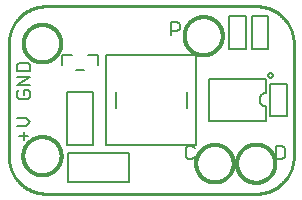
<source format=gto>
G75*
%MOIN*%
%OFA0B0*%
%FSLAX25Y25*%
%IPPOS*%
%LPD*%
%AMOC8*
5,1,8,0,0,1.08239X$1,22.5*
%
%ADD10C,0.00700*%
%ADD11C,0.01200*%
%ADD12C,0.01000*%
%ADD13C,0.00500*%
D10*
X0006498Y0019350D02*
X0006498Y0022219D01*
X0005064Y0020785D02*
X0007933Y0020785D01*
X0007215Y0023954D02*
X0004346Y0023954D01*
X0007215Y0023954D02*
X0008650Y0025388D01*
X0007215Y0026823D01*
X0004346Y0026823D01*
X0005064Y0033100D02*
X0007933Y0033100D01*
X0008650Y0033817D01*
X0008650Y0035252D01*
X0007933Y0035969D01*
X0006498Y0035969D01*
X0006498Y0034535D01*
X0005064Y0035969D02*
X0004346Y0035252D01*
X0004346Y0033817D01*
X0005064Y0033100D01*
X0004346Y0037704D02*
X0008650Y0040573D01*
X0004346Y0040573D01*
X0004346Y0042308D02*
X0004346Y0044460D01*
X0005064Y0045177D01*
X0007933Y0045177D01*
X0008650Y0044460D01*
X0008650Y0042308D01*
X0004346Y0042308D01*
X0004346Y0037704D02*
X0008650Y0037704D01*
X0055600Y0054350D02*
X0055600Y0058654D01*
X0057752Y0058654D01*
X0058469Y0057936D01*
X0058469Y0056502D01*
X0057752Y0055785D01*
X0055600Y0055785D01*
X0061317Y0017404D02*
X0060600Y0016686D01*
X0060600Y0013817D01*
X0061317Y0013100D01*
X0062752Y0013100D01*
X0063469Y0013817D01*
X0063469Y0016686D02*
X0062752Y0017404D01*
X0061317Y0017404D01*
X0090600Y0017404D02*
X0090600Y0013100D01*
X0092752Y0013100D01*
X0093469Y0013817D01*
X0093469Y0016686D01*
X0092752Y0017404D01*
X0090600Y0017404D01*
D11*
X0077626Y0011500D02*
X0077628Y0011660D01*
X0077634Y0011819D01*
X0077644Y0011978D01*
X0077658Y0012137D01*
X0077676Y0012296D01*
X0077698Y0012454D01*
X0077724Y0012611D01*
X0077753Y0012768D01*
X0077787Y0012924D01*
X0077825Y0013079D01*
X0077866Y0013233D01*
X0077911Y0013386D01*
X0077961Y0013538D01*
X0078013Y0013688D01*
X0078070Y0013838D01*
X0078130Y0013985D01*
X0078194Y0014131D01*
X0078262Y0014276D01*
X0078333Y0014419D01*
X0078408Y0014560D01*
X0078487Y0014699D01*
X0078568Y0014836D01*
X0078654Y0014970D01*
X0078742Y0015103D01*
X0078834Y0015234D01*
X0078929Y0015362D01*
X0079027Y0015487D01*
X0079129Y0015611D01*
X0079233Y0015731D01*
X0079340Y0015849D01*
X0079451Y0015965D01*
X0079564Y0016077D01*
X0079680Y0016187D01*
X0079799Y0016293D01*
X0079920Y0016397D01*
X0080044Y0016498D01*
X0080170Y0016595D01*
X0080299Y0016689D01*
X0080430Y0016780D01*
X0080563Y0016868D01*
X0080699Y0016952D01*
X0080836Y0017033D01*
X0080976Y0017111D01*
X0081117Y0017185D01*
X0081260Y0017255D01*
X0081405Y0017322D01*
X0081552Y0017385D01*
X0081700Y0017444D01*
X0081849Y0017500D01*
X0082000Y0017552D01*
X0082152Y0017600D01*
X0082305Y0017645D01*
X0082460Y0017685D01*
X0082615Y0017722D01*
X0082771Y0017754D01*
X0082928Y0017783D01*
X0083086Y0017808D01*
X0083244Y0017829D01*
X0083403Y0017846D01*
X0083562Y0017859D01*
X0083721Y0017868D01*
X0083880Y0017873D01*
X0084040Y0017874D01*
X0084199Y0017871D01*
X0084359Y0017864D01*
X0084518Y0017853D01*
X0084677Y0017838D01*
X0084835Y0017819D01*
X0084993Y0017796D01*
X0085150Y0017769D01*
X0085307Y0017739D01*
X0085463Y0017704D01*
X0085618Y0017665D01*
X0085771Y0017623D01*
X0085924Y0017577D01*
X0086076Y0017527D01*
X0086226Y0017473D01*
X0086375Y0017415D01*
X0086522Y0017354D01*
X0086668Y0017289D01*
X0086812Y0017220D01*
X0086954Y0017148D01*
X0087094Y0017072D01*
X0087233Y0016993D01*
X0087369Y0016911D01*
X0087504Y0016825D01*
X0087636Y0016735D01*
X0087766Y0016643D01*
X0087893Y0016547D01*
X0088019Y0016448D01*
X0088141Y0016346D01*
X0088261Y0016240D01*
X0088378Y0016132D01*
X0088493Y0016021D01*
X0088605Y0015907D01*
X0088714Y0015791D01*
X0088820Y0015671D01*
X0088922Y0015549D01*
X0089022Y0015425D01*
X0089119Y0015298D01*
X0089212Y0015169D01*
X0089303Y0015037D01*
X0089389Y0014903D01*
X0089473Y0014767D01*
X0089553Y0014629D01*
X0089630Y0014489D01*
X0089703Y0014347D01*
X0089772Y0014204D01*
X0089838Y0014058D01*
X0089900Y0013912D01*
X0089959Y0013763D01*
X0090013Y0013613D01*
X0090064Y0013462D01*
X0090112Y0013310D01*
X0090155Y0013156D01*
X0090195Y0013002D01*
X0090230Y0012846D01*
X0090262Y0012690D01*
X0090290Y0012533D01*
X0090314Y0012375D01*
X0090334Y0012216D01*
X0090350Y0012058D01*
X0090362Y0011899D01*
X0090370Y0011739D01*
X0090374Y0011580D01*
X0090374Y0011420D01*
X0090370Y0011261D01*
X0090362Y0011101D01*
X0090350Y0010942D01*
X0090334Y0010784D01*
X0090314Y0010625D01*
X0090290Y0010467D01*
X0090262Y0010310D01*
X0090230Y0010154D01*
X0090195Y0009998D01*
X0090155Y0009844D01*
X0090112Y0009690D01*
X0090064Y0009538D01*
X0090013Y0009387D01*
X0089959Y0009237D01*
X0089900Y0009088D01*
X0089838Y0008942D01*
X0089772Y0008796D01*
X0089703Y0008653D01*
X0089630Y0008511D01*
X0089553Y0008371D01*
X0089473Y0008233D01*
X0089389Y0008097D01*
X0089303Y0007963D01*
X0089212Y0007831D01*
X0089119Y0007702D01*
X0089022Y0007575D01*
X0088922Y0007451D01*
X0088820Y0007329D01*
X0088714Y0007209D01*
X0088605Y0007093D01*
X0088493Y0006979D01*
X0088378Y0006868D01*
X0088261Y0006760D01*
X0088141Y0006654D01*
X0088019Y0006552D01*
X0087893Y0006453D01*
X0087766Y0006357D01*
X0087636Y0006265D01*
X0087504Y0006175D01*
X0087369Y0006089D01*
X0087233Y0006007D01*
X0087094Y0005928D01*
X0086954Y0005852D01*
X0086812Y0005780D01*
X0086668Y0005711D01*
X0086522Y0005646D01*
X0086375Y0005585D01*
X0086226Y0005527D01*
X0086076Y0005473D01*
X0085924Y0005423D01*
X0085771Y0005377D01*
X0085618Y0005335D01*
X0085463Y0005296D01*
X0085307Y0005261D01*
X0085150Y0005231D01*
X0084993Y0005204D01*
X0084835Y0005181D01*
X0084677Y0005162D01*
X0084518Y0005147D01*
X0084359Y0005136D01*
X0084199Y0005129D01*
X0084040Y0005126D01*
X0083880Y0005127D01*
X0083721Y0005132D01*
X0083562Y0005141D01*
X0083403Y0005154D01*
X0083244Y0005171D01*
X0083086Y0005192D01*
X0082928Y0005217D01*
X0082771Y0005246D01*
X0082615Y0005278D01*
X0082460Y0005315D01*
X0082305Y0005355D01*
X0082152Y0005400D01*
X0082000Y0005448D01*
X0081849Y0005500D01*
X0081700Y0005556D01*
X0081552Y0005615D01*
X0081405Y0005678D01*
X0081260Y0005745D01*
X0081117Y0005815D01*
X0080976Y0005889D01*
X0080836Y0005967D01*
X0080699Y0006048D01*
X0080563Y0006132D01*
X0080430Y0006220D01*
X0080299Y0006311D01*
X0080170Y0006405D01*
X0080044Y0006502D01*
X0079920Y0006603D01*
X0079799Y0006707D01*
X0079680Y0006813D01*
X0079564Y0006923D01*
X0079451Y0007035D01*
X0079340Y0007151D01*
X0079233Y0007269D01*
X0079129Y0007389D01*
X0079027Y0007513D01*
X0078929Y0007638D01*
X0078834Y0007766D01*
X0078742Y0007897D01*
X0078654Y0008030D01*
X0078568Y0008164D01*
X0078487Y0008301D01*
X0078408Y0008440D01*
X0078333Y0008581D01*
X0078262Y0008724D01*
X0078194Y0008869D01*
X0078130Y0009015D01*
X0078070Y0009162D01*
X0078013Y0009312D01*
X0077961Y0009462D01*
X0077911Y0009614D01*
X0077866Y0009767D01*
X0077825Y0009921D01*
X0077787Y0010076D01*
X0077753Y0010232D01*
X0077724Y0010389D01*
X0077698Y0010546D01*
X0077676Y0010704D01*
X0077658Y0010863D01*
X0077644Y0011022D01*
X0077634Y0011181D01*
X0077628Y0011340D01*
X0077626Y0011500D01*
X0064000Y0011500D02*
X0064002Y0011658D01*
X0064008Y0011815D01*
X0064018Y0011973D01*
X0064032Y0012130D01*
X0064050Y0012286D01*
X0064071Y0012443D01*
X0064097Y0012598D01*
X0064127Y0012753D01*
X0064160Y0012907D01*
X0064198Y0013060D01*
X0064239Y0013213D01*
X0064284Y0013364D01*
X0064333Y0013514D01*
X0064386Y0013662D01*
X0064442Y0013810D01*
X0064503Y0013955D01*
X0064566Y0014100D01*
X0064634Y0014242D01*
X0064705Y0014383D01*
X0064779Y0014522D01*
X0064857Y0014659D01*
X0064939Y0014794D01*
X0065023Y0014927D01*
X0065112Y0015058D01*
X0065203Y0015186D01*
X0065298Y0015313D01*
X0065395Y0015436D01*
X0065496Y0015558D01*
X0065600Y0015676D01*
X0065707Y0015792D01*
X0065817Y0015905D01*
X0065929Y0016016D01*
X0066045Y0016123D01*
X0066163Y0016228D01*
X0066283Y0016330D01*
X0066406Y0016428D01*
X0066532Y0016524D01*
X0066660Y0016616D01*
X0066790Y0016705D01*
X0066922Y0016791D01*
X0067057Y0016873D01*
X0067194Y0016952D01*
X0067332Y0017027D01*
X0067472Y0017099D01*
X0067615Y0017167D01*
X0067758Y0017232D01*
X0067904Y0017293D01*
X0068051Y0017350D01*
X0068199Y0017404D01*
X0068349Y0017454D01*
X0068499Y0017500D01*
X0068651Y0017542D01*
X0068804Y0017581D01*
X0068958Y0017615D01*
X0069113Y0017646D01*
X0069268Y0017672D01*
X0069424Y0017695D01*
X0069581Y0017714D01*
X0069738Y0017729D01*
X0069895Y0017740D01*
X0070053Y0017747D01*
X0070211Y0017750D01*
X0070368Y0017749D01*
X0070526Y0017744D01*
X0070683Y0017735D01*
X0070841Y0017722D01*
X0070997Y0017705D01*
X0071154Y0017684D01*
X0071309Y0017660D01*
X0071464Y0017631D01*
X0071619Y0017598D01*
X0071772Y0017562D01*
X0071925Y0017521D01*
X0072076Y0017477D01*
X0072226Y0017429D01*
X0072375Y0017378D01*
X0072523Y0017322D01*
X0072669Y0017263D01*
X0072814Y0017200D01*
X0072957Y0017133D01*
X0073098Y0017063D01*
X0073237Y0016990D01*
X0073375Y0016913D01*
X0073511Y0016832D01*
X0073644Y0016748D01*
X0073775Y0016661D01*
X0073904Y0016570D01*
X0074031Y0016476D01*
X0074156Y0016379D01*
X0074277Y0016279D01*
X0074397Y0016176D01*
X0074513Y0016070D01*
X0074627Y0015961D01*
X0074739Y0015849D01*
X0074847Y0015735D01*
X0074952Y0015617D01*
X0075055Y0015497D01*
X0075154Y0015375D01*
X0075250Y0015250D01*
X0075343Y0015122D01*
X0075433Y0014993D01*
X0075519Y0014861D01*
X0075603Y0014727D01*
X0075682Y0014591D01*
X0075759Y0014453D01*
X0075831Y0014313D01*
X0075900Y0014171D01*
X0075966Y0014028D01*
X0076028Y0013883D01*
X0076086Y0013736D01*
X0076141Y0013588D01*
X0076192Y0013439D01*
X0076239Y0013288D01*
X0076282Y0013137D01*
X0076321Y0012984D01*
X0076357Y0012830D01*
X0076388Y0012676D01*
X0076416Y0012521D01*
X0076440Y0012365D01*
X0076460Y0012208D01*
X0076476Y0012051D01*
X0076488Y0011894D01*
X0076496Y0011737D01*
X0076500Y0011579D01*
X0076500Y0011421D01*
X0076496Y0011263D01*
X0076488Y0011106D01*
X0076476Y0010949D01*
X0076460Y0010792D01*
X0076440Y0010635D01*
X0076416Y0010479D01*
X0076388Y0010324D01*
X0076357Y0010170D01*
X0076321Y0010016D01*
X0076282Y0009863D01*
X0076239Y0009712D01*
X0076192Y0009561D01*
X0076141Y0009412D01*
X0076086Y0009264D01*
X0076028Y0009117D01*
X0075966Y0008972D01*
X0075900Y0008829D01*
X0075831Y0008687D01*
X0075759Y0008547D01*
X0075682Y0008409D01*
X0075603Y0008273D01*
X0075519Y0008139D01*
X0075433Y0008007D01*
X0075343Y0007878D01*
X0075250Y0007750D01*
X0075154Y0007625D01*
X0075055Y0007503D01*
X0074952Y0007383D01*
X0074847Y0007265D01*
X0074739Y0007151D01*
X0074627Y0007039D01*
X0074513Y0006930D01*
X0074397Y0006824D01*
X0074277Y0006721D01*
X0074156Y0006621D01*
X0074031Y0006524D01*
X0073904Y0006430D01*
X0073775Y0006339D01*
X0073644Y0006252D01*
X0073511Y0006168D01*
X0073375Y0006087D01*
X0073237Y0006010D01*
X0073098Y0005937D01*
X0072957Y0005867D01*
X0072814Y0005800D01*
X0072669Y0005737D01*
X0072523Y0005678D01*
X0072375Y0005622D01*
X0072226Y0005571D01*
X0072076Y0005523D01*
X0071925Y0005479D01*
X0071772Y0005438D01*
X0071619Y0005402D01*
X0071464Y0005369D01*
X0071309Y0005340D01*
X0071154Y0005316D01*
X0070997Y0005295D01*
X0070841Y0005278D01*
X0070683Y0005265D01*
X0070526Y0005256D01*
X0070368Y0005251D01*
X0070211Y0005250D01*
X0070053Y0005253D01*
X0069895Y0005260D01*
X0069738Y0005271D01*
X0069581Y0005286D01*
X0069424Y0005305D01*
X0069268Y0005328D01*
X0069113Y0005354D01*
X0068958Y0005385D01*
X0068804Y0005419D01*
X0068651Y0005458D01*
X0068499Y0005500D01*
X0068349Y0005546D01*
X0068199Y0005596D01*
X0068051Y0005650D01*
X0067904Y0005707D01*
X0067758Y0005768D01*
X0067615Y0005833D01*
X0067472Y0005901D01*
X0067332Y0005973D01*
X0067194Y0006048D01*
X0067057Y0006127D01*
X0066922Y0006209D01*
X0066790Y0006295D01*
X0066660Y0006384D01*
X0066532Y0006476D01*
X0066406Y0006572D01*
X0066283Y0006670D01*
X0066163Y0006772D01*
X0066045Y0006877D01*
X0065929Y0006984D01*
X0065817Y0007095D01*
X0065707Y0007208D01*
X0065600Y0007324D01*
X0065496Y0007442D01*
X0065395Y0007564D01*
X0065298Y0007687D01*
X0065203Y0007814D01*
X0065112Y0007942D01*
X0065023Y0008073D01*
X0064939Y0008206D01*
X0064857Y0008341D01*
X0064779Y0008478D01*
X0064705Y0008617D01*
X0064634Y0008758D01*
X0064566Y0008900D01*
X0064503Y0009045D01*
X0064442Y0009190D01*
X0064386Y0009338D01*
X0064333Y0009486D01*
X0064284Y0009636D01*
X0064239Y0009787D01*
X0064198Y0009940D01*
X0064160Y0010093D01*
X0064127Y0010247D01*
X0064097Y0010402D01*
X0064071Y0010557D01*
X0064050Y0010714D01*
X0064032Y0010870D01*
X0064018Y0011027D01*
X0064008Y0011185D01*
X0064002Y0011342D01*
X0064000Y0011500D01*
X0006376Y0014000D02*
X0006378Y0014160D01*
X0006384Y0014319D01*
X0006394Y0014478D01*
X0006408Y0014637D01*
X0006426Y0014796D01*
X0006448Y0014954D01*
X0006474Y0015111D01*
X0006503Y0015268D01*
X0006537Y0015424D01*
X0006575Y0015579D01*
X0006616Y0015733D01*
X0006661Y0015886D01*
X0006711Y0016038D01*
X0006763Y0016188D01*
X0006820Y0016338D01*
X0006880Y0016485D01*
X0006944Y0016631D01*
X0007012Y0016776D01*
X0007083Y0016919D01*
X0007158Y0017060D01*
X0007237Y0017199D01*
X0007318Y0017336D01*
X0007404Y0017470D01*
X0007492Y0017603D01*
X0007584Y0017734D01*
X0007679Y0017862D01*
X0007777Y0017987D01*
X0007879Y0018111D01*
X0007983Y0018231D01*
X0008090Y0018349D01*
X0008201Y0018465D01*
X0008314Y0018577D01*
X0008430Y0018687D01*
X0008549Y0018793D01*
X0008670Y0018897D01*
X0008794Y0018998D01*
X0008920Y0019095D01*
X0009049Y0019189D01*
X0009180Y0019280D01*
X0009313Y0019368D01*
X0009449Y0019452D01*
X0009586Y0019533D01*
X0009726Y0019611D01*
X0009867Y0019685D01*
X0010010Y0019755D01*
X0010155Y0019822D01*
X0010302Y0019885D01*
X0010450Y0019944D01*
X0010599Y0020000D01*
X0010750Y0020052D01*
X0010902Y0020100D01*
X0011055Y0020145D01*
X0011210Y0020185D01*
X0011365Y0020222D01*
X0011521Y0020254D01*
X0011678Y0020283D01*
X0011836Y0020308D01*
X0011994Y0020329D01*
X0012153Y0020346D01*
X0012312Y0020359D01*
X0012471Y0020368D01*
X0012630Y0020373D01*
X0012790Y0020374D01*
X0012949Y0020371D01*
X0013109Y0020364D01*
X0013268Y0020353D01*
X0013427Y0020338D01*
X0013585Y0020319D01*
X0013743Y0020296D01*
X0013900Y0020269D01*
X0014057Y0020239D01*
X0014213Y0020204D01*
X0014368Y0020165D01*
X0014521Y0020123D01*
X0014674Y0020077D01*
X0014826Y0020027D01*
X0014976Y0019973D01*
X0015125Y0019915D01*
X0015272Y0019854D01*
X0015418Y0019789D01*
X0015562Y0019720D01*
X0015704Y0019648D01*
X0015844Y0019572D01*
X0015983Y0019493D01*
X0016119Y0019411D01*
X0016254Y0019325D01*
X0016386Y0019235D01*
X0016516Y0019143D01*
X0016643Y0019047D01*
X0016769Y0018948D01*
X0016891Y0018846D01*
X0017011Y0018740D01*
X0017128Y0018632D01*
X0017243Y0018521D01*
X0017355Y0018407D01*
X0017464Y0018291D01*
X0017570Y0018171D01*
X0017672Y0018049D01*
X0017772Y0017925D01*
X0017869Y0017798D01*
X0017962Y0017669D01*
X0018053Y0017537D01*
X0018139Y0017403D01*
X0018223Y0017267D01*
X0018303Y0017129D01*
X0018380Y0016989D01*
X0018453Y0016847D01*
X0018522Y0016704D01*
X0018588Y0016558D01*
X0018650Y0016412D01*
X0018709Y0016263D01*
X0018763Y0016113D01*
X0018814Y0015962D01*
X0018862Y0015810D01*
X0018905Y0015656D01*
X0018945Y0015502D01*
X0018980Y0015346D01*
X0019012Y0015190D01*
X0019040Y0015033D01*
X0019064Y0014875D01*
X0019084Y0014716D01*
X0019100Y0014558D01*
X0019112Y0014399D01*
X0019120Y0014239D01*
X0019124Y0014080D01*
X0019124Y0013920D01*
X0019120Y0013761D01*
X0019112Y0013601D01*
X0019100Y0013442D01*
X0019084Y0013284D01*
X0019064Y0013125D01*
X0019040Y0012967D01*
X0019012Y0012810D01*
X0018980Y0012654D01*
X0018945Y0012498D01*
X0018905Y0012344D01*
X0018862Y0012190D01*
X0018814Y0012038D01*
X0018763Y0011887D01*
X0018709Y0011737D01*
X0018650Y0011588D01*
X0018588Y0011442D01*
X0018522Y0011296D01*
X0018453Y0011153D01*
X0018380Y0011011D01*
X0018303Y0010871D01*
X0018223Y0010733D01*
X0018139Y0010597D01*
X0018053Y0010463D01*
X0017962Y0010331D01*
X0017869Y0010202D01*
X0017772Y0010075D01*
X0017672Y0009951D01*
X0017570Y0009829D01*
X0017464Y0009709D01*
X0017355Y0009593D01*
X0017243Y0009479D01*
X0017128Y0009368D01*
X0017011Y0009260D01*
X0016891Y0009154D01*
X0016769Y0009052D01*
X0016643Y0008953D01*
X0016516Y0008857D01*
X0016386Y0008765D01*
X0016254Y0008675D01*
X0016119Y0008589D01*
X0015983Y0008507D01*
X0015844Y0008428D01*
X0015704Y0008352D01*
X0015562Y0008280D01*
X0015418Y0008211D01*
X0015272Y0008146D01*
X0015125Y0008085D01*
X0014976Y0008027D01*
X0014826Y0007973D01*
X0014674Y0007923D01*
X0014521Y0007877D01*
X0014368Y0007835D01*
X0014213Y0007796D01*
X0014057Y0007761D01*
X0013900Y0007731D01*
X0013743Y0007704D01*
X0013585Y0007681D01*
X0013427Y0007662D01*
X0013268Y0007647D01*
X0013109Y0007636D01*
X0012949Y0007629D01*
X0012790Y0007626D01*
X0012630Y0007627D01*
X0012471Y0007632D01*
X0012312Y0007641D01*
X0012153Y0007654D01*
X0011994Y0007671D01*
X0011836Y0007692D01*
X0011678Y0007717D01*
X0011521Y0007746D01*
X0011365Y0007778D01*
X0011210Y0007815D01*
X0011055Y0007855D01*
X0010902Y0007900D01*
X0010750Y0007948D01*
X0010599Y0008000D01*
X0010450Y0008056D01*
X0010302Y0008115D01*
X0010155Y0008178D01*
X0010010Y0008245D01*
X0009867Y0008315D01*
X0009726Y0008389D01*
X0009586Y0008467D01*
X0009449Y0008548D01*
X0009313Y0008632D01*
X0009180Y0008720D01*
X0009049Y0008811D01*
X0008920Y0008905D01*
X0008794Y0009002D01*
X0008670Y0009103D01*
X0008549Y0009207D01*
X0008430Y0009313D01*
X0008314Y0009423D01*
X0008201Y0009535D01*
X0008090Y0009651D01*
X0007983Y0009769D01*
X0007879Y0009889D01*
X0007777Y0010013D01*
X0007679Y0010138D01*
X0007584Y0010266D01*
X0007492Y0010397D01*
X0007404Y0010530D01*
X0007318Y0010664D01*
X0007237Y0010801D01*
X0007158Y0010940D01*
X0007083Y0011081D01*
X0007012Y0011224D01*
X0006944Y0011369D01*
X0006880Y0011515D01*
X0006820Y0011662D01*
X0006763Y0011812D01*
X0006711Y0011962D01*
X0006661Y0012114D01*
X0006616Y0012267D01*
X0006575Y0012421D01*
X0006537Y0012576D01*
X0006503Y0012732D01*
X0006474Y0012889D01*
X0006448Y0013046D01*
X0006426Y0013204D01*
X0006408Y0013363D01*
X0006394Y0013522D01*
X0006384Y0013681D01*
X0006378Y0013840D01*
X0006376Y0014000D01*
X0006500Y0051500D02*
X0006502Y0051658D01*
X0006508Y0051815D01*
X0006518Y0051973D01*
X0006532Y0052130D01*
X0006550Y0052286D01*
X0006571Y0052443D01*
X0006597Y0052598D01*
X0006627Y0052753D01*
X0006660Y0052907D01*
X0006698Y0053060D01*
X0006739Y0053213D01*
X0006784Y0053364D01*
X0006833Y0053514D01*
X0006886Y0053662D01*
X0006942Y0053810D01*
X0007003Y0053955D01*
X0007066Y0054100D01*
X0007134Y0054242D01*
X0007205Y0054383D01*
X0007279Y0054522D01*
X0007357Y0054659D01*
X0007439Y0054794D01*
X0007523Y0054927D01*
X0007612Y0055058D01*
X0007703Y0055186D01*
X0007798Y0055313D01*
X0007895Y0055436D01*
X0007996Y0055558D01*
X0008100Y0055676D01*
X0008207Y0055792D01*
X0008317Y0055905D01*
X0008429Y0056016D01*
X0008545Y0056123D01*
X0008663Y0056228D01*
X0008783Y0056330D01*
X0008906Y0056428D01*
X0009032Y0056524D01*
X0009160Y0056616D01*
X0009290Y0056705D01*
X0009422Y0056791D01*
X0009557Y0056873D01*
X0009694Y0056952D01*
X0009832Y0057027D01*
X0009972Y0057099D01*
X0010115Y0057167D01*
X0010258Y0057232D01*
X0010404Y0057293D01*
X0010551Y0057350D01*
X0010699Y0057404D01*
X0010849Y0057454D01*
X0010999Y0057500D01*
X0011151Y0057542D01*
X0011304Y0057581D01*
X0011458Y0057615D01*
X0011613Y0057646D01*
X0011768Y0057672D01*
X0011924Y0057695D01*
X0012081Y0057714D01*
X0012238Y0057729D01*
X0012395Y0057740D01*
X0012553Y0057747D01*
X0012711Y0057750D01*
X0012868Y0057749D01*
X0013026Y0057744D01*
X0013183Y0057735D01*
X0013341Y0057722D01*
X0013497Y0057705D01*
X0013654Y0057684D01*
X0013809Y0057660D01*
X0013964Y0057631D01*
X0014119Y0057598D01*
X0014272Y0057562D01*
X0014425Y0057521D01*
X0014576Y0057477D01*
X0014726Y0057429D01*
X0014875Y0057378D01*
X0015023Y0057322D01*
X0015169Y0057263D01*
X0015314Y0057200D01*
X0015457Y0057133D01*
X0015598Y0057063D01*
X0015737Y0056990D01*
X0015875Y0056913D01*
X0016011Y0056832D01*
X0016144Y0056748D01*
X0016275Y0056661D01*
X0016404Y0056570D01*
X0016531Y0056476D01*
X0016656Y0056379D01*
X0016777Y0056279D01*
X0016897Y0056176D01*
X0017013Y0056070D01*
X0017127Y0055961D01*
X0017239Y0055849D01*
X0017347Y0055735D01*
X0017452Y0055617D01*
X0017555Y0055497D01*
X0017654Y0055375D01*
X0017750Y0055250D01*
X0017843Y0055122D01*
X0017933Y0054993D01*
X0018019Y0054861D01*
X0018103Y0054727D01*
X0018182Y0054591D01*
X0018259Y0054453D01*
X0018331Y0054313D01*
X0018400Y0054171D01*
X0018466Y0054028D01*
X0018528Y0053883D01*
X0018586Y0053736D01*
X0018641Y0053588D01*
X0018692Y0053439D01*
X0018739Y0053288D01*
X0018782Y0053137D01*
X0018821Y0052984D01*
X0018857Y0052830D01*
X0018888Y0052676D01*
X0018916Y0052521D01*
X0018940Y0052365D01*
X0018960Y0052208D01*
X0018976Y0052051D01*
X0018988Y0051894D01*
X0018996Y0051737D01*
X0019000Y0051579D01*
X0019000Y0051421D01*
X0018996Y0051263D01*
X0018988Y0051106D01*
X0018976Y0050949D01*
X0018960Y0050792D01*
X0018940Y0050635D01*
X0018916Y0050479D01*
X0018888Y0050324D01*
X0018857Y0050170D01*
X0018821Y0050016D01*
X0018782Y0049863D01*
X0018739Y0049712D01*
X0018692Y0049561D01*
X0018641Y0049412D01*
X0018586Y0049264D01*
X0018528Y0049117D01*
X0018466Y0048972D01*
X0018400Y0048829D01*
X0018331Y0048687D01*
X0018259Y0048547D01*
X0018182Y0048409D01*
X0018103Y0048273D01*
X0018019Y0048139D01*
X0017933Y0048007D01*
X0017843Y0047878D01*
X0017750Y0047750D01*
X0017654Y0047625D01*
X0017555Y0047503D01*
X0017452Y0047383D01*
X0017347Y0047265D01*
X0017239Y0047151D01*
X0017127Y0047039D01*
X0017013Y0046930D01*
X0016897Y0046824D01*
X0016777Y0046721D01*
X0016656Y0046621D01*
X0016531Y0046524D01*
X0016404Y0046430D01*
X0016275Y0046339D01*
X0016144Y0046252D01*
X0016011Y0046168D01*
X0015875Y0046087D01*
X0015737Y0046010D01*
X0015598Y0045937D01*
X0015457Y0045867D01*
X0015314Y0045800D01*
X0015169Y0045737D01*
X0015023Y0045678D01*
X0014875Y0045622D01*
X0014726Y0045571D01*
X0014576Y0045523D01*
X0014425Y0045479D01*
X0014272Y0045438D01*
X0014119Y0045402D01*
X0013964Y0045369D01*
X0013809Y0045340D01*
X0013654Y0045316D01*
X0013497Y0045295D01*
X0013341Y0045278D01*
X0013183Y0045265D01*
X0013026Y0045256D01*
X0012868Y0045251D01*
X0012711Y0045250D01*
X0012553Y0045253D01*
X0012395Y0045260D01*
X0012238Y0045271D01*
X0012081Y0045286D01*
X0011924Y0045305D01*
X0011768Y0045328D01*
X0011613Y0045354D01*
X0011458Y0045385D01*
X0011304Y0045419D01*
X0011151Y0045458D01*
X0010999Y0045500D01*
X0010849Y0045546D01*
X0010699Y0045596D01*
X0010551Y0045650D01*
X0010404Y0045707D01*
X0010258Y0045768D01*
X0010115Y0045833D01*
X0009972Y0045901D01*
X0009832Y0045973D01*
X0009694Y0046048D01*
X0009557Y0046127D01*
X0009422Y0046209D01*
X0009290Y0046295D01*
X0009160Y0046384D01*
X0009032Y0046476D01*
X0008906Y0046572D01*
X0008783Y0046670D01*
X0008663Y0046772D01*
X0008545Y0046877D01*
X0008429Y0046984D01*
X0008317Y0047095D01*
X0008207Y0047208D01*
X0008100Y0047324D01*
X0007996Y0047442D01*
X0007895Y0047564D01*
X0007798Y0047687D01*
X0007703Y0047814D01*
X0007612Y0047942D01*
X0007523Y0048073D01*
X0007439Y0048206D01*
X0007357Y0048341D01*
X0007279Y0048478D01*
X0007205Y0048617D01*
X0007134Y0048758D01*
X0007066Y0048900D01*
X0007003Y0049045D01*
X0006942Y0049190D01*
X0006886Y0049338D01*
X0006833Y0049486D01*
X0006784Y0049636D01*
X0006739Y0049787D01*
X0006698Y0049940D01*
X0006660Y0050093D01*
X0006627Y0050247D01*
X0006597Y0050402D01*
X0006571Y0050557D01*
X0006550Y0050714D01*
X0006532Y0050870D01*
X0006518Y0051027D01*
X0006508Y0051185D01*
X0006502Y0051342D01*
X0006500Y0051500D01*
X0060126Y0054000D02*
X0060128Y0054160D01*
X0060134Y0054319D01*
X0060144Y0054478D01*
X0060158Y0054637D01*
X0060176Y0054796D01*
X0060198Y0054954D01*
X0060224Y0055111D01*
X0060253Y0055268D01*
X0060287Y0055424D01*
X0060325Y0055579D01*
X0060366Y0055733D01*
X0060411Y0055886D01*
X0060461Y0056038D01*
X0060513Y0056188D01*
X0060570Y0056338D01*
X0060630Y0056485D01*
X0060694Y0056631D01*
X0060762Y0056776D01*
X0060833Y0056919D01*
X0060908Y0057060D01*
X0060987Y0057199D01*
X0061068Y0057336D01*
X0061154Y0057470D01*
X0061242Y0057603D01*
X0061334Y0057734D01*
X0061429Y0057862D01*
X0061527Y0057987D01*
X0061629Y0058111D01*
X0061733Y0058231D01*
X0061840Y0058349D01*
X0061951Y0058465D01*
X0062064Y0058577D01*
X0062180Y0058687D01*
X0062299Y0058793D01*
X0062420Y0058897D01*
X0062544Y0058998D01*
X0062670Y0059095D01*
X0062799Y0059189D01*
X0062930Y0059280D01*
X0063063Y0059368D01*
X0063199Y0059452D01*
X0063336Y0059533D01*
X0063476Y0059611D01*
X0063617Y0059685D01*
X0063760Y0059755D01*
X0063905Y0059822D01*
X0064052Y0059885D01*
X0064200Y0059944D01*
X0064349Y0060000D01*
X0064500Y0060052D01*
X0064652Y0060100D01*
X0064805Y0060145D01*
X0064960Y0060185D01*
X0065115Y0060222D01*
X0065271Y0060254D01*
X0065428Y0060283D01*
X0065586Y0060308D01*
X0065744Y0060329D01*
X0065903Y0060346D01*
X0066062Y0060359D01*
X0066221Y0060368D01*
X0066380Y0060373D01*
X0066540Y0060374D01*
X0066699Y0060371D01*
X0066859Y0060364D01*
X0067018Y0060353D01*
X0067177Y0060338D01*
X0067335Y0060319D01*
X0067493Y0060296D01*
X0067650Y0060269D01*
X0067807Y0060239D01*
X0067963Y0060204D01*
X0068118Y0060165D01*
X0068271Y0060123D01*
X0068424Y0060077D01*
X0068576Y0060027D01*
X0068726Y0059973D01*
X0068875Y0059915D01*
X0069022Y0059854D01*
X0069168Y0059789D01*
X0069312Y0059720D01*
X0069454Y0059648D01*
X0069594Y0059572D01*
X0069733Y0059493D01*
X0069869Y0059411D01*
X0070004Y0059325D01*
X0070136Y0059235D01*
X0070266Y0059143D01*
X0070393Y0059047D01*
X0070519Y0058948D01*
X0070641Y0058846D01*
X0070761Y0058740D01*
X0070878Y0058632D01*
X0070993Y0058521D01*
X0071105Y0058407D01*
X0071214Y0058291D01*
X0071320Y0058171D01*
X0071422Y0058049D01*
X0071522Y0057925D01*
X0071619Y0057798D01*
X0071712Y0057669D01*
X0071803Y0057537D01*
X0071889Y0057403D01*
X0071973Y0057267D01*
X0072053Y0057129D01*
X0072130Y0056989D01*
X0072203Y0056847D01*
X0072272Y0056704D01*
X0072338Y0056558D01*
X0072400Y0056412D01*
X0072459Y0056263D01*
X0072513Y0056113D01*
X0072564Y0055962D01*
X0072612Y0055810D01*
X0072655Y0055656D01*
X0072695Y0055502D01*
X0072730Y0055346D01*
X0072762Y0055190D01*
X0072790Y0055033D01*
X0072814Y0054875D01*
X0072834Y0054716D01*
X0072850Y0054558D01*
X0072862Y0054399D01*
X0072870Y0054239D01*
X0072874Y0054080D01*
X0072874Y0053920D01*
X0072870Y0053761D01*
X0072862Y0053601D01*
X0072850Y0053442D01*
X0072834Y0053284D01*
X0072814Y0053125D01*
X0072790Y0052967D01*
X0072762Y0052810D01*
X0072730Y0052654D01*
X0072695Y0052498D01*
X0072655Y0052344D01*
X0072612Y0052190D01*
X0072564Y0052038D01*
X0072513Y0051887D01*
X0072459Y0051737D01*
X0072400Y0051588D01*
X0072338Y0051442D01*
X0072272Y0051296D01*
X0072203Y0051153D01*
X0072130Y0051011D01*
X0072053Y0050871D01*
X0071973Y0050733D01*
X0071889Y0050597D01*
X0071803Y0050463D01*
X0071712Y0050331D01*
X0071619Y0050202D01*
X0071522Y0050075D01*
X0071422Y0049951D01*
X0071320Y0049829D01*
X0071214Y0049709D01*
X0071105Y0049593D01*
X0070993Y0049479D01*
X0070878Y0049368D01*
X0070761Y0049260D01*
X0070641Y0049154D01*
X0070519Y0049052D01*
X0070393Y0048953D01*
X0070266Y0048857D01*
X0070136Y0048765D01*
X0070004Y0048675D01*
X0069869Y0048589D01*
X0069733Y0048507D01*
X0069594Y0048428D01*
X0069454Y0048352D01*
X0069312Y0048280D01*
X0069168Y0048211D01*
X0069022Y0048146D01*
X0068875Y0048085D01*
X0068726Y0048027D01*
X0068576Y0047973D01*
X0068424Y0047923D01*
X0068271Y0047877D01*
X0068118Y0047835D01*
X0067963Y0047796D01*
X0067807Y0047761D01*
X0067650Y0047731D01*
X0067493Y0047704D01*
X0067335Y0047681D01*
X0067177Y0047662D01*
X0067018Y0047647D01*
X0066859Y0047636D01*
X0066699Y0047629D01*
X0066540Y0047626D01*
X0066380Y0047627D01*
X0066221Y0047632D01*
X0066062Y0047641D01*
X0065903Y0047654D01*
X0065744Y0047671D01*
X0065586Y0047692D01*
X0065428Y0047717D01*
X0065271Y0047746D01*
X0065115Y0047778D01*
X0064960Y0047815D01*
X0064805Y0047855D01*
X0064652Y0047900D01*
X0064500Y0047948D01*
X0064349Y0048000D01*
X0064200Y0048056D01*
X0064052Y0048115D01*
X0063905Y0048178D01*
X0063760Y0048245D01*
X0063617Y0048315D01*
X0063476Y0048389D01*
X0063336Y0048467D01*
X0063199Y0048548D01*
X0063063Y0048632D01*
X0062930Y0048720D01*
X0062799Y0048811D01*
X0062670Y0048905D01*
X0062544Y0049002D01*
X0062420Y0049103D01*
X0062299Y0049207D01*
X0062180Y0049313D01*
X0062064Y0049423D01*
X0061951Y0049535D01*
X0061840Y0049651D01*
X0061733Y0049769D01*
X0061629Y0049889D01*
X0061527Y0050013D01*
X0061429Y0050138D01*
X0061334Y0050266D01*
X0061242Y0050397D01*
X0061154Y0050530D01*
X0061068Y0050664D01*
X0060987Y0050801D01*
X0060908Y0050940D01*
X0060833Y0051081D01*
X0060762Y0051224D01*
X0060694Y0051369D01*
X0060630Y0051515D01*
X0060570Y0051662D01*
X0060513Y0051812D01*
X0060461Y0051962D01*
X0060411Y0052114D01*
X0060366Y0052267D01*
X0060325Y0052421D01*
X0060287Y0052576D01*
X0060253Y0052732D01*
X0060224Y0052889D01*
X0060198Y0053046D01*
X0060176Y0053204D01*
X0060158Y0053363D01*
X0060144Y0053522D01*
X0060134Y0053681D01*
X0060128Y0053840D01*
X0060126Y0054000D01*
D12*
X0084000Y0001500D02*
X0014000Y0001500D01*
X0013698Y0001504D01*
X0013396Y0001515D01*
X0013095Y0001533D01*
X0012794Y0001558D01*
X0012493Y0001591D01*
X0012194Y0001631D01*
X0011896Y0001678D01*
X0011598Y0001733D01*
X0011303Y0001794D01*
X0011009Y0001863D01*
X0010716Y0001939D01*
X0010426Y0002022D01*
X0010137Y0002112D01*
X0009851Y0002209D01*
X0009567Y0002312D01*
X0009286Y0002423D01*
X0009008Y0002540D01*
X0008732Y0002664D01*
X0008460Y0002795D01*
X0008191Y0002932D01*
X0007925Y0003075D01*
X0007663Y0003225D01*
X0007404Y0003382D01*
X0007150Y0003544D01*
X0006899Y0003713D01*
X0006653Y0003887D01*
X0006410Y0004068D01*
X0006173Y0004254D01*
X0005939Y0004446D01*
X0005711Y0004644D01*
X0005487Y0004847D01*
X0005269Y0005055D01*
X0005055Y0005269D01*
X0004847Y0005487D01*
X0004644Y0005711D01*
X0004446Y0005939D01*
X0004254Y0006173D01*
X0004068Y0006410D01*
X0003887Y0006653D01*
X0003713Y0006899D01*
X0003544Y0007150D01*
X0003382Y0007404D01*
X0003225Y0007663D01*
X0003075Y0007925D01*
X0002932Y0008191D01*
X0002795Y0008460D01*
X0002664Y0008732D01*
X0002540Y0009008D01*
X0002423Y0009286D01*
X0002312Y0009567D01*
X0002209Y0009851D01*
X0002112Y0010137D01*
X0002022Y0010426D01*
X0001939Y0010716D01*
X0001863Y0011009D01*
X0001794Y0011303D01*
X0001733Y0011598D01*
X0001678Y0011896D01*
X0001631Y0012194D01*
X0001591Y0012493D01*
X0001558Y0012794D01*
X0001533Y0013095D01*
X0001515Y0013396D01*
X0001504Y0013698D01*
X0001500Y0014000D01*
X0001500Y0051500D01*
X0001504Y0051802D01*
X0001515Y0052104D01*
X0001533Y0052405D01*
X0001558Y0052706D01*
X0001591Y0053007D01*
X0001631Y0053306D01*
X0001678Y0053604D01*
X0001733Y0053902D01*
X0001794Y0054197D01*
X0001863Y0054491D01*
X0001939Y0054784D01*
X0002022Y0055074D01*
X0002112Y0055363D01*
X0002209Y0055649D01*
X0002312Y0055933D01*
X0002423Y0056214D01*
X0002540Y0056492D01*
X0002664Y0056768D01*
X0002795Y0057040D01*
X0002932Y0057309D01*
X0003075Y0057575D01*
X0003225Y0057837D01*
X0003382Y0058096D01*
X0003544Y0058350D01*
X0003713Y0058601D01*
X0003887Y0058847D01*
X0004068Y0059090D01*
X0004254Y0059327D01*
X0004446Y0059561D01*
X0004644Y0059789D01*
X0004847Y0060013D01*
X0005055Y0060231D01*
X0005269Y0060445D01*
X0005487Y0060653D01*
X0005711Y0060856D01*
X0005939Y0061054D01*
X0006173Y0061246D01*
X0006410Y0061432D01*
X0006653Y0061613D01*
X0006899Y0061787D01*
X0007150Y0061956D01*
X0007404Y0062118D01*
X0007663Y0062275D01*
X0007925Y0062425D01*
X0008191Y0062568D01*
X0008460Y0062705D01*
X0008732Y0062836D01*
X0009008Y0062960D01*
X0009286Y0063077D01*
X0009567Y0063188D01*
X0009851Y0063291D01*
X0010137Y0063388D01*
X0010426Y0063478D01*
X0010716Y0063561D01*
X0011009Y0063637D01*
X0011303Y0063706D01*
X0011598Y0063767D01*
X0011896Y0063822D01*
X0012194Y0063869D01*
X0012493Y0063909D01*
X0012794Y0063942D01*
X0013095Y0063967D01*
X0013396Y0063985D01*
X0013698Y0063996D01*
X0014000Y0064000D01*
X0084000Y0064000D01*
X0084302Y0063996D01*
X0084604Y0063985D01*
X0084905Y0063967D01*
X0085206Y0063942D01*
X0085507Y0063909D01*
X0085806Y0063869D01*
X0086104Y0063822D01*
X0086402Y0063767D01*
X0086697Y0063706D01*
X0086991Y0063637D01*
X0087284Y0063561D01*
X0087574Y0063478D01*
X0087863Y0063388D01*
X0088149Y0063291D01*
X0088433Y0063188D01*
X0088714Y0063077D01*
X0088992Y0062960D01*
X0089268Y0062836D01*
X0089540Y0062705D01*
X0089809Y0062568D01*
X0090075Y0062425D01*
X0090337Y0062275D01*
X0090596Y0062118D01*
X0090850Y0061956D01*
X0091101Y0061787D01*
X0091347Y0061613D01*
X0091590Y0061432D01*
X0091827Y0061246D01*
X0092061Y0061054D01*
X0092289Y0060856D01*
X0092513Y0060653D01*
X0092731Y0060445D01*
X0092945Y0060231D01*
X0093153Y0060013D01*
X0093356Y0059789D01*
X0093554Y0059561D01*
X0093746Y0059327D01*
X0093932Y0059090D01*
X0094113Y0058847D01*
X0094287Y0058601D01*
X0094456Y0058350D01*
X0094618Y0058096D01*
X0094775Y0057837D01*
X0094925Y0057575D01*
X0095068Y0057309D01*
X0095205Y0057040D01*
X0095336Y0056768D01*
X0095460Y0056492D01*
X0095577Y0056214D01*
X0095688Y0055933D01*
X0095791Y0055649D01*
X0095888Y0055363D01*
X0095978Y0055074D01*
X0096061Y0054784D01*
X0096137Y0054491D01*
X0096206Y0054197D01*
X0096267Y0053902D01*
X0096322Y0053604D01*
X0096369Y0053306D01*
X0096409Y0053007D01*
X0096442Y0052706D01*
X0096467Y0052405D01*
X0096485Y0052104D01*
X0096496Y0051802D01*
X0096500Y0051500D01*
X0096500Y0014000D01*
X0096496Y0013698D01*
X0096485Y0013396D01*
X0096467Y0013095D01*
X0096442Y0012794D01*
X0096409Y0012493D01*
X0096369Y0012194D01*
X0096322Y0011896D01*
X0096267Y0011598D01*
X0096206Y0011303D01*
X0096137Y0011009D01*
X0096061Y0010716D01*
X0095978Y0010426D01*
X0095888Y0010137D01*
X0095791Y0009851D01*
X0095688Y0009567D01*
X0095577Y0009286D01*
X0095460Y0009008D01*
X0095336Y0008732D01*
X0095205Y0008460D01*
X0095068Y0008191D01*
X0094925Y0007925D01*
X0094775Y0007663D01*
X0094618Y0007404D01*
X0094456Y0007150D01*
X0094287Y0006899D01*
X0094113Y0006653D01*
X0093932Y0006410D01*
X0093746Y0006173D01*
X0093554Y0005939D01*
X0093356Y0005711D01*
X0093153Y0005487D01*
X0092945Y0005269D01*
X0092731Y0005055D01*
X0092513Y0004847D01*
X0092289Y0004644D01*
X0092061Y0004446D01*
X0091827Y0004254D01*
X0091590Y0004068D01*
X0091347Y0003887D01*
X0091101Y0003713D01*
X0090850Y0003544D01*
X0090596Y0003382D01*
X0090337Y0003225D01*
X0090075Y0003075D01*
X0089809Y0002932D01*
X0089540Y0002795D01*
X0089268Y0002664D01*
X0088992Y0002540D01*
X0088714Y0002423D01*
X0088433Y0002312D01*
X0088149Y0002209D01*
X0087863Y0002112D01*
X0087574Y0002022D01*
X0087284Y0001939D01*
X0086991Y0001863D01*
X0086697Y0001794D01*
X0086402Y0001733D01*
X0086104Y0001678D01*
X0085806Y0001631D01*
X0085507Y0001591D01*
X0085206Y0001558D01*
X0084905Y0001533D01*
X0084604Y0001515D01*
X0084302Y0001504D01*
X0084000Y0001500D01*
D13*
X0064000Y0017750D02*
X0064000Y0047750D01*
X0034000Y0047750D01*
X0034000Y0017750D01*
X0064000Y0017750D01*
X0068104Y0025663D02*
X0068104Y0039837D01*
X0087396Y0039837D01*
X0087396Y0035191D01*
X0087278Y0035191D01*
X0087188Y0035189D01*
X0087098Y0035183D01*
X0087008Y0035174D01*
X0086919Y0035160D01*
X0086830Y0035143D01*
X0086742Y0035122D01*
X0086655Y0035098D01*
X0086570Y0035070D01*
X0086485Y0035038D01*
X0086402Y0035002D01*
X0086321Y0034963D01*
X0086241Y0034921D01*
X0086163Y0034875D01*
X0086087Y0034826D01*
X0086014Y0034774D01*
X0085942Y0034719D01*
X0085873Y0034661D01*
X0085807Y0034600D01*
X0085743Y0034536D01*
X0085682Y0034470D01*
X0085624Y0034401D01*
X0085569Y0034329D01*
X0085517Y0034256D01*
X0085468Y0034180D01*
X0085422Y0034102D01*
X0085380Y0034022D01*
X0085341Y0033941D01*
X0085305Y0033858D01*
X0085273Y0033773D01*
X0085245Y0033688D01*
X0085221Y0033601D01*
X0085200Y0033513D01*
X0085183Y0033424D01*
X0085169Y0033335D01*
X0085160Y0033245D01*
X0085154Y0033155D01*
X0085152Y0033065D01*
X0085152Y0032750D01*
X0085156Y0032657D01*
X0085165Y0032565D01*
X0085177Y0032473D01*
X0085193Y0032381D01*
X0085213Y0032291D01*
X0085237Y0032201D01*
X0085265Y0032113D01*
X0085296Y0032025D01*
X0085331Y0031939D01*
X0085370Y0031855D01*
X0085412Y0031772D01*
X0085458Y0031692D01*
X0085507Y0031613D01*
X0085560Y0031536D01*
X0085615Y0031462D01*
X0085674Y0031390D01*
X0085736Y0031321D01*
X0085800Y0031254D01*
X0085868Y0031191D01*
X0085938Y0031130D01*
X0086010Y0031072D01*
X0086085Y0031017D01*
X0086162Y0030965D01*
X0086242Y0030917D01*
X0086323Y0030872D01*
X0086406Y0030831D01*
X0086491Y0030793D01*
X0086577Y0030759D01*
X0086665Y0030729D01*
X0086754Y0030702D01*
X0086844Y0030679D01*
X0086934Y0030660D01*
X0087026Y0030645D01*
X0087118Y0030634D01*
X0087211Y0030627D01*
X0087303Y0030623D01*
X0087396Y0030624D01*
X0087396Y0025663D01*
X0068104Y0025663D01*
X0060811Y0030063D02*
X0060811Y0035437D01*
X0074994Y0049738D02*
X0080506Y0049738D01*
X0080506Y0060762D01*
X0074994Y0060762D01*
X0074994Y0049738D01*
X0082494Y0049738D02*
X0088006Y0049738D01*
X0088006Y0060762D01*
X0082494Y0060762D01*
X0082494Y0049738D01*
X0087987Y0041018D02*
X0087989Y0041074D01*
X0087995Y0041129D01*
X0088005Y0041183D01*
X0088018Y0041237D01*
X0088036Y0041290D01*
X0088057Y0041341D01*
X0088081Y0041391D01*
X0088109Y0041439D01*
X0088141Y0041485D01*
X0088175Y0041529D01*
X0088213Y0041570D01*
X0088253Y0041608D01*
X0088296Y0041643D01*
X0088341Y0041675D01*
X0088389Y0041704D01*
X0088438Y0041730D01*
X0088489Y0041752D01*
X0088541Y0041770D01*
X0088595Y0041784D01*
X0088650Y0041795D01*
X0088705Y0041802D01*
X0088760Y0041805D01*
X0088816Y0041804D01*
X0088871Y0041799D01*
X0088926Y0041790D01*
X0088980Y0041778D01*
X0089033Y0041761D01*
X0089085Y0041741D01*
X0089135Y0041717D01*
X0089183Y0041690D01*
X0089230Y0041660D01*
X0089274Y0041626D01*
X0089316Y0041589D01*
X0089354Y0041549D01*
X0089391Y0041507D01*
X0089424Y0041462D01*
X0089453Y0041416D01*
X0089480Y0041367D01*
X0089502Y0041316D01*
X0089522Y0041264D01*
X0089537Y0041210D01*
X0089549Y0041156D01*
X0089557Y0041101D01*
X0089561Y0041046D01*
X0089561Y0040990D01*
X0089557Y0040935D01*
X0089549Y0040880D01*
X0089537Y0040826D01*
X0089522Y0040772D01*
X0089502Y0040720D01*
X0089480Y0040669D01*
X0089453Y0040620D01*
X0089424Y0040574D01*
X0089391Y0040529D01*
X0089354Y0040487D01*
X0089316Y0040447D01*
X0089274Y0040410D01*
X0089230Y0040376D01*
X0089183Y0040346D01*
X0089135Y0040319D01*
X0089085Y0040295D01*
X0089033Y0040275D01*
X0088980Y0040258D01*
X0088926Y0040246D01*
X0088871Y0040237D01*
X0088816Y0040232D01*
X0088760Y0040231D01*
X0088705Y0040234D01*
X0088650Y0040241D01*
X0088595Y0040252D01*
X0088541Y0040266D01*
X0088489Y0040284D01*
X0088438Y0040306D01*
X0088389Y0040332D01*
X0088341Y0040361D01*
X0088296Y0040393D01*
X0088253Y0040428D01*
X0088213Y0040466D01*
X0088175Y0040507D01*
X0088141Y0040551D01*
X0088109Y0040597D01*
X0088081Y0040645D01*
X0088057Y0040695D01*
X0088036Y0040746D01*
X0088018Y0040799D01*
X0088005Y0040853D01*
X0087995Y0040907D01*
X0087989Y0040962D01*
X0087987Y0041018D01*
X0088744Y0038163D02*
X0094256Y0038163D01*
X0094256Y0027337D01*
X0088744Y0027337D01*
X0088744Y0038163D01*
X0041736Y0014974D02*
X0041736Y0005683D01*
X0041736Y0005526D01*
X0021264Y0005526D01*
X0021264Y0014974D01*
X0041736Y0014974D01*
X0029679Y0017740D02*
X0020821Y0017740D01*
X0020821Y0035260D01*
X0029679Y0035260D01*
X0029679Y0017740D01*
X0037189Y0030063D02*
X0037189Y0035437D01*
X0026431Y0042691D02*
X0024069Y0042691D01*
X0019344Y0044266D02*
X0019344Y0047809D01*
X0022494Y0047809D01*
X0028006Y0047809D02*
X0031156Y0047809D01*
X0031156Y0044266D01*
M02*

</source>
